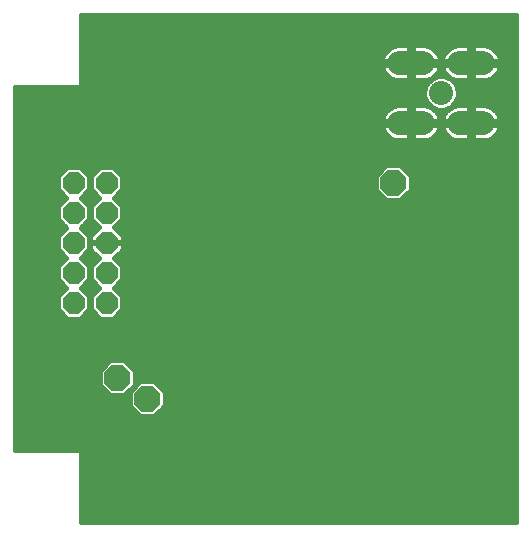
<source format=gbl>
G75*
G70*
%OFA0B0*%
%FSLAX24Y24*%
%IPPOS*%
%LPD*%
%AMOC8*
5,1,8,0,0,1.08239X$1,22.5*
%
%ADD10OC8,0.0740*%
%ADD11C,0.0800*%
%ADD12C,0.0800*%
%ADD13OC8,0.0850*%
%ADD14R,0.0476X0.0476*%
%ADD15C,0.0160*%
D10*
X002550Y007700D03*
X002550Y008700D03*
X002550Y009700D03*
X002550Y010700D03*
X002550Y011700D03*
X003650Y011700D03*
X003650Y010700D03*
X003650Y009700D03*
X003650Y008700D03*
X003650Y007700D03*
D11*
X014800Y014700D03*
D12*
X014200Y015700D02*
X013400Y015700D01*
X015400Y015700D02*
X016200Y015700D01*
X016200Y013700D02*
X015400Y013700D01*
X014200Y013700D02*
X013400Y013700D01*
D13*
X013200Y011700D03*
X005000Y004500D03*
X004000Y005200D03*
D14*
X005000Y011700D03*
D15*
X002800Y002800D02*
X002800Y000400D01*
X017300Y000400D01*
X017300Y017300D01*
X002800Y017300D01*
X002800Y014900D01*
X000600Y014900D01*
X000600Y002800D01*
X002800Y002800D01*
X002800Y002795D02*
X017300Y002795D01*
X017300Y002953D02*
X000600Y002953D01*
X000600Y003112D02*
X017300Y003112D01*
X017300Y003270D02*
X000600Y003270D01*
X000600Y003429D02*
X017300Y003429D01*
X017300Y003587D02*
X000600Y003587D01*
X000600Y003746D02*
X017300Y003746D01*
X017300Y003904D02*
X000600Y003904D01*
X000600Y004063D02*
X004610Y004063D01*
X004758Y003915D02*
X005242Y003915D01*
X005585Y004258D01*
X005585Y004742D01*
X005242Y005085D01*
X004758Y005085D01*
X004415Y004742D01*
X004415Y004258D01*
X004758Y003915D01*
X004452Y004221D02*
X000600Y004221D01*
X000600Y004380D02*
X004415Y004380D01*
X004415Y004538D02*
X000600Y004538D01*
X000600Y004697D02*
X003676Y004697D01*
X003758Y004615D02*
X004242Y004615D01*
X004585Y004958D01*
X004585Y005442D01*
X004242Y005785D01*
X003758Y005785D01*
X003415Y005442D01*
X003415Y004958D01*
X003758Y004615D01*
X003518Y004855D02*
X000600Y004855D01*
X000600Y005014D02*
X003415Y005014D01*
X003415Y005172D02*
X000600Y005172D01*
X000600Y005331D02*
X003415Y005331D01*
X003462Y005489D02*
X000600Y005489D01*
X000600Y005648D02*
X003620Y005648D01*
X004380Y005648D02*
X017300Y005648D01*
X017300Y005806D02*
X000600Y005806D01*
X000600Y005965D02*
X017300Y005965D01*
X017300Y006123D02*
X000600Y006123D01*
X000600Y006282D02*
X017300Y006282D01*
X017300Y006440D02*
X000600Y006440D01*
X000600Y006599D02*
X017300Y006599D01*
X017300Y006757D02*
X000600Y006757D01*
X000600Y006916D02*
X017300Y006916D01*
X017300Y007074D02*
X000600Y007074D01*
X000600Y007233D02*
X002268Y007233D01*
X002330Y007170D02*
X002770Y007170D01*
X003080Y007480D01*
X003080Y007920D01*
X002800Y008200D01*
X003080Y008480D01*
X003080Y008920D01*
X002800Y009200D01*
X003080Y009480D01*
X003080Y009920D01*
X002800Y010200D01*
X003080Y010480D01*
X003080Y010920D01*
X002800Y011200D01*
X003080Y011480D01*
X003080Y011920D01*
X002770Y012230D01*
X002330Y012230D01*
X002020Y011920D01*
X002020Y011480D01*
X002300Y011200D01*
X002020Y010920D01*
X002020Y010480D01*
X002300Y010200D01*
X002020Y009920D01*
X002020Y009480D01*
X002300Y009200D01*
X002020Y008920D01*
X002020Y008480D01*
X002300Y008200D01*
X002020Y007920D01*
X002020Y007480D01*
X002330Y007170D01*
X002109Y007391D02*
X000600Y007391D01*
X000600Y007550D02*
X002020Y007550D01*
X002020Y007708D02*
X000600Y007708D01*
X000600Y007867D02*
X002020Y007867D01*
X002125Y008025D02*
X000600Y008025D01*
X000600Y008184D02*
X002284Y008184D01*
X002158Y008342D02*
X000600Y008342D01*
X000600Y008501D02*
X002020Y008501D01*
X002020Y008659D02*
X000600Y008659D01*
X000600Y008818D02*
X002020Y008818D01*
X002076Y008976D02*
X000600Y008976D01*
X000600Y009135D02*
X002235Y009135D01*
X002207Y009293D02*
X000600Y009293D01*
X000600Y009452D02*
X002049Y009452D01*
X002020Y009610D02*
X000600Y009610D01*
X000600Y009769D02*
X002020Y009769D01*
X002027Y009927D02*
X000600Y009927D01*
X000600Y010086D02*
X002186Y010086D01*
X002256Y010244D02*
X000600Y010244D01*
X000600Y010403D02*
X002098Y010403D01*
X002020Y010561D02*
X000600Y010561D01*
X000600Y010720D02*
X002020Y010720D01*
X002020Y010878D02*
X000600Y010878D01*
X000600Y011037D02*
X002137Y011037D01*
X002295Y011195D02*
X000600Y011195D01*
X000600Y011354D02*
X002147Y011354D01*
X002020Y011512D02*
X000600Y011512D01*
X000600Y011671D02*
X002020Y011671D01*
X002020Y011829D02*
X000600Y011829D01*
X000600Y011988D02*
X002088Y011988D01*
X002246Y012146D02*
X000600Y012146D01*
X000600Y012305D02*
X017300Y012305D01*
X017300Y012463D02*
X000600Y012463D01*
X000600Y012622D02*
X017300Y012622D01*
X017300Y012780D02*
X000600Y012780D01*
X000600Y012939D02*
X017300Y012939D01*
X017300Y013097D02*
X000600Y013097D01*
X000600Y013256D02*
X013025Y013256D01*
X013022Y013258D02*
X013096Y013204D01*
X013177Y013162D01*
X013264Y013134D01*
X013354Y013120D01*
X013730Y013120D01*
X013730Y013630D01*
X013870Y013630D01*
X013870Y013770D01*
X013730Y013770D01*
X013730Y014280D01*
X013354Y014280D01*
X013264Y014266D01*
X013177Y014238D01*
X013096Y014196D01*
X013022Y014142D01*
X012958Y014078D01*
X012904Y014004D01*
X012862Y013923D01*
X012834Y013836D01*
X012824Y013770D01*
X013730Y013770D01*
X013730Y013630D01*
X012824Y013630D01*
X012834Y013564D01*
X012862Y013477D01*
X012904Y013396D01*
X012958Y013322D01*
X013022Y013258D01*
X012895Y013414D02*
X000600Y013414D01*
X000600Y013573D02*
X012833Y013573D01*
X012852Y013890D02*
X000600Y013890D01*
X000600Y014048D02*
X012936Y014048D01*
X013117Y014207D02*
X000600Y014207D01*
X000600Y014365D02*
X014343Y014365D01*
X014325Y014383D02*
X014483Y014225D01*
X014689Y014140D01*
X014911Y014140D01*
X015117Y014225D01*
X015275Y014383D01*
X015360Y014589D01*
X015360Y014811D01*
X015275Y015017D01*
X015117Y015175D01*
X014911Y015260D01*
X014689Y015260D01*
X014483Y015175D01*
X014325Y015017D01*
X014240Y014811D01*
X014240Y014589D01*
X014325Y014383D01*
X014336Y014266D02*
X014246Y014280D01*
X013870Y014280D01*
X013870Y013770D01*
X014776Y013770D01*
X014766Y013836D01*
X014738Y013923D01*
X014696Y014004D01*
X014642Y014078D01*
X014578Y014142D01*
X014504Y014196D01*
X014423Y014238D01*
X014336Y014266D01*
X014483Y014207D02*
X014528Y014207D01*
X014664Y014048D02*
X014936Y014048D01*
X014958Y014078D02*
X014904Y014004D01*
X014862Y013923D01*
X014834Y013836D01*
X014824Y013770D01*
X015730Y013770D01*
X015730Y014280D01*
X015354Y014280D01*
X015264Y014266D01*
X015177Y014238D01*
X015096Y014196D01*
X015022Y014142D01*
X014958Y014078D01*
X015072Y014207D02*
X015117Y014207D01*
X015257Y014365D02*
X017300Y014365D01*
X017300Y014207D02*
X016483Y014207D01*
X016504Y014196D02*
X016423Y014238D01*
X016336Y014266D01*
X016246Y014280D01*
X015870Y014280D01*
X015870Y013770D01*
X015730Y013770D01*
X015730Y013630D01*
X015870Y013630D01*
X015870Y013770D01*
X016776Y013770D01*
X016766Y013836D01*
X016738Y013923D01*
X016696Y014004D01*
X016642Y014078D01*
X016578Y014142D01*
X016504Y014196D01*
X016664Y014048D02*
X017300Y014048D01*
X017300Y013890D02*
X016748Y013890D01*
X016776Y013630D02*
X015870Y013630D01*
X015870Y013120D01*
X016246Y013120D01*
X016336Y013134D01*
X016423Y013162D01*
X016504Y013204D01*
X016578Y013258D01*
X016642Y013322D01*
X016696Y013396D01*
X016738Y013477D01*
X016766Y013564D01*
X016776Y013630D01*
X016767Y013573D02*
X017300Y013573D01*
X017300Y013731D02*
X015870Y013731D01*
X015730Y013731D02*
X013870Y013731D01*
X013870Y013630D02*
X014776Y013630D01*
X014766Y013564D01*
X014738Y013477D01*
X014696Y013396D01*
X014642Y013322D01*
X014578Y013258D01*
X014504Y013204D01*
X014423Y013162D01*
X014336Y013134D01*
X014246Y013120D01*
X013870Y013120D01*
X013870Y013630D01*
X013870Y013573D02*
X013730Y013573D01*
X013730Y013731D02*
X000600Y013731D01*
X000600Y014524D02*
X014267Y014524D01*
X014240Y014682D02*
X000600Y014682D01*
X000600Y014841D02*
X014252Y014841D01*
X014318Y014999D02*
X002800Y014999D01*
X002800Y015158D02*
X013193Y015158D01*
X013177Y015162D02*
X013264Y015134D01*
X013354Y015120D01*
X013730Y015120D01*
X013730Y015630D01*
X013870Y015630D01*
X013870Y015770D01*
X013730Y015770D01*
X013730Y016280D01*
X013354Y016280D01*
X013264Y016266D01*
X013177Y016238D01*
X013096Y016196D01*
X013022Y016142D01*
X012958Y016078D01*
X012904Y016004D01*
X012862Y015923D01*
X012834Y015836D01*
X012824Y015770D01*
X013730Y015770D01*
X013730Y015630D01*
X012824Y015630D01*
X012834Y015564D01*
X012862Y015477D01*
X012904Y015396D01*
X012958Y015322D01*
X013022Y015258D01*
X013096Y015204D01*
X013177Y015162D01*
X012964Y015316D02*
X002800Y015316D01*
X002800Y015475D02*
X012864Y015475D01*
X012827Y015792D02*
X002800Y015792D01*
X002800Y015950D02*
X012876Y015950D01*
X012988Y016109D02*
X002800Y016109D01*
X002800Y016267D02*
X013272Y016267D01*
X013730Y016267D02*
X013870Y016267D01*
X013870Y016280D02*
X013870Y015770D01*
X014776Y015770D01*
X014766Y015836D01*
X014738Y015923D01*
X014696Y016004D01*
X014642Y016078D01*
X014578Y016142D01*
X014504Y016196D01*
X014423Y016238D01*
X014336Y016266D01*
X014246Y016280D01*
X013870Y016280D01*
X013870Y016109D02*
X013730Y016109D01*
X013730Y015950D02*
X013870Y015950D01*
X013870Y015792D02*
X013730Y015792D01*
X013730Y015633D02*
X002800Y015633D01*
X002800Y016426D02*
X017300Y016426D01*
X017300Y016584D02*
X002800Y016584D01*
X002800Y016743D02*
X017300Y016743D01*
X017300Y016901D02*
X002800Y016901D01*
X002800Y017060D02*
X017300Y017060D01*
X017300Y017218D02*
X002800Y017218D01*
X003430Y012230D02*
X003120Y011920D01*
X003120Y011480D01*
X003400Y011200D01*
X003120Y010920D01*
X003120Y010480D01*
X003386Y010214D01*
X003100Y009928D01*
X003100Y009720D01*
X003630Y009720D01*
X003630Y009680D01*
X003100Y009680D01*
X003100Y009472D01*
X003386Y009186D01*
X003120Y008920D01*
X003120Y008480D01*
X003400Y008200D01*
X003120Y007920D01*
X003120Y007480D01*
X003430Y007170D01*
X003870Y007170D01*
X004180Y007480D01*
X004180Y007920D01*
X003900Y008200D01*
X004180Y008480D01*
X004180Y008920D01*
X003914Y009186D01*
X004200Y009472D01*
X004200Y009680D01*
X003670Y009680D01*
X003670Y009720D01*
X004200Y009720D01*
X004200Y009928D01*
X003914Y010214D01*
X004180Y010480D01*
X004180Y010920D01*
X003900Y011200D01*
X004180Y011480D01*
X004180Y011920D01*
X003870Y012230D01*
X003430Y012230D01*
X003346Y012146D02*
X002854Y012146D01*
X003012Y011988D02*
X003188Y011988D01*
X003120Y011829D02*
X003080Y011829D01*
X003080Y011671D02*
X003120Y011671D01*
X003120Y011512D02*
X003080Y011512D01*
X002953Y011354D02*
X003247Y011354D01*
X003395Y011195D02*
X002805Y011195D01*
X002963Y011037D02*
X003237Y011037D01*
X003120Y010878D02*
X003080Y010878D01*
X003080Y010720D02*
X003120Y010720D01*
X003120Y010561D02*
X003080Y010561D01*
X003002Y010403D02*
X003198Y010403D01*
X003356Y010244D02*
X002844Y010244D01*
X002914Y010086D02*
X003258Y010086D01*
X003100Y009927D02*
X003073Y009927D01*
X003080Y009769D02*
X003100Y009769D01*
X003100Y009610D02*
X003080Y009610D01*
X003051Y009452D02*
X003121Y009452D01*
X003279Y009293D02*
X002893Y009293D01*
X002865Y009135D02*
X003335Y009135D01*
X003176Y008976D02*
X003024Y008976D01*
X003080Y008818D02*
X003120Y008818D01*
X003120Y008659D02*
X003080Y008659D01*
X003080Y008501D02*
X003120Y008501D01*
X003258Y008342D02*
X002942Y008342D01*
X002816Y008184D02*
X003384Y008184D01*
X003225Y008025D02*
X002975Y008025D01*
X003080Y007867D02*
X003120Y007867D01*
X003120Y007708D02*
X003080Y007708D01*
X003080Y007550D02*
X003120Y007550D01*
X003209Y007391D02*
X002991Y007391D01*
X002832Y007233D02*
X003368Y007233D01*
X003932Y007233D02*
X017300Y007233D01*
X017300Y007391D02*
X004091Y007391D01*
X004180Y007550D02*
X017300Y007550D01*
X017300Y007708D02*
X004180Y007708D01*
X004180Y007867D02*
X017300Y007867D01*
X017300Y008025D02*
X004075Y008025D01*
X003916Y008184D02*
X017300Y008184D01*
X017300Y008342D02*
X004042Y008342D01*
X004180Y008501D02*
X017300Y008501D01*
X017300Y008659D02*
X004180Y008659D01*
X004180Y008818D02*
X017300Y008818D01*
X017300Y008976D02*
X004124Y008976D01*
X003965Y009135D02*
X017300Y009135D01*
X017300Y009293D02*
X004021Y009293D01*
X004179Y009452D02*
X017300Y009452D01*
X017300Y009610D02*
X004200Y009610D01*
X004200Y009769D02*
X017300Y009769D01*
X017300Y009927D02*
X004200Y009927D01*
X004042Y010086D02*
X017300Y010086D01*
X017300Y010244D02*
X003944Y010244D01*
X004102Y010403D02*
X017300Y010403D01*
X017300Y010561D02*
X004180Y010561D01*
X004180Y010720D02*
X017300Y010720D01*
X017300Y010878D02*
X004180Y010878D01*
X004063Y011037D02*
X017300Y011037D01*
X017300Y011195D02*
X013522Y011195D01*
X013442Y011115D02*
X013785Y011458D01*
X013785Y011942D01*
X013442Y012285D01*
X012958Y012285D01*
X012615Y011942D01*
X012615Y011458D01*
X012958Y011115D01*
X013442Y011115D01*
X013681Y011354D02*
X017300Y011354D01*
X017300Y011512D02*
X013785Y011512D01*
X013785Y011671D02*
X017300Y011671D01*
X017300Y011829D02*
X013785Y011829D01*
X013740Y011988D02*
X017300Y011988D01*
X017300Y012146D02*
X013581Y012146D01*
X012819Y012146D02*
X003954Y012146D01*
X004112Y011988D02*
X012660Y011988D01*
X012615Y011829D02*
X004180Y011829D01*
X004180Y011671D02*
X012615Y011671D01*
X012615Y011512D02*
X004180Y011512D01*
X004053Y011354D02*
X012719Y011354D01*
X012878Y011195D02*
X003905Y011195D01*
X004538Y005489D02*
X017300Y005489D01*
X017300Y005331D02*
X004585Y005331D01*
X004585Y005172D02*
X017300Y005172D01*
X017300Y005014D02*
X005314Y005014D01*
X005472Y004855D02*
X017300Y004855D01*
X017300Y004697D02*
X005585Y004697D01*
X005585Y004538D02*
X017300Y004538D01*
X017300Y004380D02*
X005585Y004380D01*
X005548Y004221D02*
X017300Y004221D01*
X017300Y004063D02*
X005390Y004063D01*
X004415Y004697D02*
X004324Y004697D01*
X004482Y004855D02*
X004528Y004855D01*
X004585Y005014D02*
X004686Y005014D01*
X002800Y002636D02*
X017300Y002636D01*
X017300Y002478D02*
X002800Y002478D01*
X002800Y002319D02*
X017300Y002319D01*
X017300Y002161D02*
X002800Y002161D01*
X002800Y002002D02*
X017300Y002002D01*
X017300Y001844D02*
X002800Y001844D01*
X002800Y001685D02*
X017300Y001685D01*
X017300Y001527D02*
X002800Y001527D01*
X002800Y001368D02*
X017300Y001368D01*
X017300Y001210D02*
X002800Y001210D01*
X002800Y001051D02*
X017300Y001051D01*
X017300Y000893D02*
X002800Y000893D01*
X002800Y000734D02*
X017300Y000734D01*
X017300Y000576D02*
X002800Y000576D01*
X002800Y000417D02*
X017300Y000417D01*
X015730Y013120D02*
X015354Y013120D01*
X015264Y013134D01*
X015177Y013162D01*
X015096Y013204D01*
X015022Y013258D01*
X014958Y013322D01*
X014904Y013396D01*
X014862Y013477D01*
X014834Y013564D01*
X014824Y013630D01*
X015730Y013630D01*
X015730Y013120D01*
X015730Y013256D02*
X015870Y013256D01*
X015870Y013414D02*
X015730Y013414D01*
X015730Y013573D02*
X015870Y013573D01*
X015870Y013890D02*
X015730Y013890D01*
X015730Y014048D02*
X015870Y014048D01*
X015870Y014207D02*
X015730Y014207D01*
X015333Y014524D02*
X017300Y014524D01*
X017300Y014682D02*
X015360Y014682D01*
X015348Y014841D02*
X017300Y014841D01*
X017300Y014999D02*
X015282Y014999D01*
X015264Y015134D02*
X015354Y015120D01*
X015730Y015120D01*
X015730Y015630D01*
X015870Y015630D01*
X015870Y015770D01*
X015730Y015770D01*
X015730Y016280D01*
X015354Y016280D01*
X015264Y016266D01*
X015177Y016238D01*
X015096Y016196D01*
X015022Y016142D01*
X014958Y016078D01*
X014904Y016004D01*
X014862Y015923D01*
X014834Y015836D01*
X014824Y015770D01*
X015730Y015770D01*
X015730Y015630D01*
X014824Y015630D01*
X014834Y015564D01*
X014862Y015477D01*
X014904Y015396D01*
X014958Y015322D01*
X015022Y015258D01*
X015096Y015204D01*
X015177Y015162D01*
X015264Y015134D01*
X015193Y015158D02*
X015134Y015158D01*
X014964Y015316D02*
X014636Y015316D01*
X014642Y015322D02*
X014696Y015396D01*
X014738Y015477D01*
X014766Y015564D01*
X014776Y015630D01*
X013870Y015630D01*
X013870Y015120D01*
X014246Y015120D01*
X014336Y015134D01*
X014423Y015162D01*
X014504Y015204D01*
X014578Y015258D01*
X014642Y015322D01*
X014736Y015475D02*
X014864Y015475D01*
X014827Y015792D02*
X014773Y015792D01*
X014724Y015950D02*
X014876Y015950D01*
X014988Y016109D02*
X014612Y016109D01*
X014328Y016267D02*
X015272Y016267D01*
X015730Y016267D02*
X015870Y016267D01*
X015870Y016280D02*
X015870Y015770D01*
X016776Y015770D01*
X016766Y015836D01*
X016738Y015923D01*
X016696Y016004D01*
X016642Y016078D01*
X016578Y016142D01*
X016504Y016196D01*
X016423Y016238D01*
X016336Y016266D01*
X016246Y016280D01*
X015870Y016280D01*
X015870Y016109D02*
X015730Y016109D01*
X015730Y015950D02*
X015870Y015950D01*
X015870Y015792D02*
X015730Y015792D01*
X015730Y015633D02*
X013870Y015633D01*
X013870Y015475D02*
X013730Y015475D01*
X013730Y015316D02*
X013870Y015316D01*
X013870Y015158D02*
X013730Y015158D01*
X014407Y015158D02*
X014466Y015158D01*
X013870Y014207D02*
X013730Y014207D01*
X013730Y014048D02*
X013870Y014048D01*
X013870Y013890D02*
X013730Y013890D01*
X013730Y013414D02*
X013870Y013414D01*
X013870Y013256D02*
X013730Y013256D01*
X014575Y013256D02*
X015025Y013256D01*
X014895Y013414D02*
X014705Y013414D01*
X014767Y013573D02*
X014833Y013573D01*
X014852Y013890D02*
X014748Y013890D01*
X015730Y015158D02*
X015870Y015158D01*
X015870Y015120D02*
X016246Y015120D01*
X016336Y015134D01*
X016423Y015162D01*
X016504Y015204D01*
X016578Y015258D01*
X016642Y015322D01*
X016696Y015396D01*
X016738Y015477D01*
X016766Y015564D01*
X016776Y015630D01*
X015870Y015630D01*
X015870Y015120D01*
X015870Y015316D02*
X015730Y015316D01*
X015730Y015475D02*
X015870Y015475D01*
X015870Y015633D02*
X017300Y015633D01*
X017300Y015475D02*
X016736Y015475D01*
X016636Y015316D02*
X017300Y015316D01*
X017300Y015158D02*
X016407Y015158D01*
X016773Y015792D02*
X017300Y015792D01*
X017300Y015950D02*
X016724Y015950D01*
X016612Y016109D02*
X017300Y016109D01*
X017300Y016267D02*
X016328Y016267D01*
X016705Y013414D02*
X017300Y013414D01*
X017300Y013256D02*
X016575Y013256D01*
M02*

</source>
